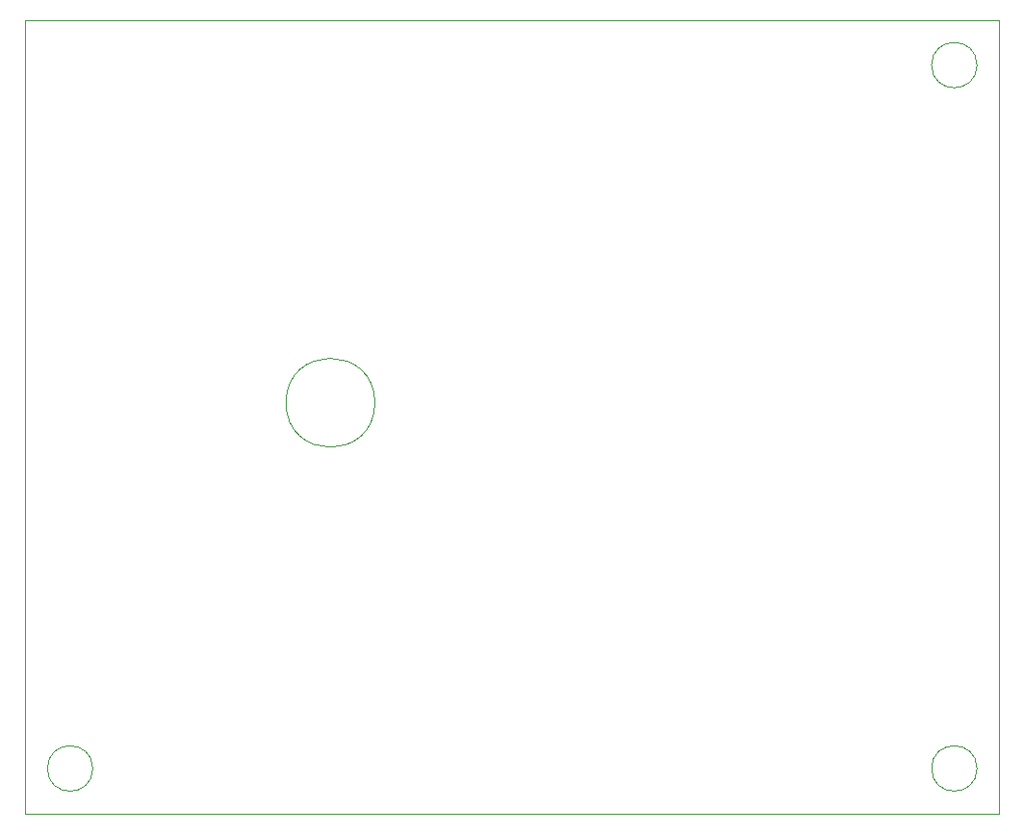
<source format=gbr>
%TF.GenerationSoftware,KiCad,Pcbnew,(5.1.12)-1*%
%TF.CreationDate,2022-10-17T14:23:25-06:00*%
%TF.ProjectId,SE30-Grayscale,53453330-2d47-4726-9179-7363616c652e,rev?*%
%TF.SameCoordinates,Original*%
%TF.FileFunction,Profile,NP*%
%FSLAX46Y46*%
G04 Gerber Fmt 4.6, Leading zero omitted, Abs format (unit mm)*
G04 Created by KiCad (PCBNEW (5.1.12)-1) date 2022-10-17 14:23:25*
%MOMM*%
%LPD*%
G01*
G04 APERTURE LIST*
%TA.AperFunction,Profile*%
%ADD10C,0.050000*%
%TD*%
%TA.AperFunction,Profile*%
%ADD11C,0.100000*%
%TD*%
G04 APERTURE END LIST*
D10*
X183756250Y-115881250D02*
G75*
G03*
X183756250Y-115881250I-2000000J0D01*
G01*
X105968750Y-115881250D02*
G75*
G03*
X105968750Y-115881250I-2000000J0D01*
G01*
X183756250Y-53969850D02*
G75*
G03*
X183756250Y-53969850I-2000000J0D01*
G01*
X130785342Y-83693000D02*
G75*
G03*
X130785342Y-83693000I-3912342J0D01*
G01*
D11*
X185725000Y-50000000D02*
X185725000Y-119850000D01*
X100000000Y-50000000D02*
X185725000Y-50000000D01*
X100000000Y-50000000D02*
X100000000Y-119850000D01*
X100000000Y-119850000D02*
X185725000Y-119850000D01*
M02*

</source>
